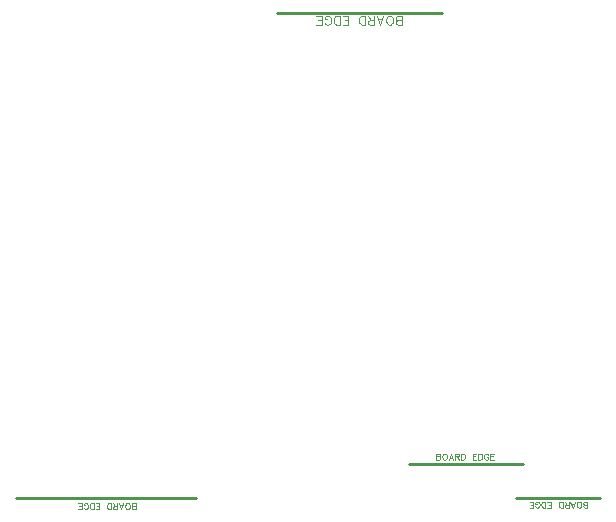
<source format=gbr>
G04 DipTrace 2.4.0.2*
%INTopAssy.gbr*%
%MOIN*%
%ADD10C,0.0098*%
%ADD12C,0.003*%
%ADD95C,0.0046*%
%FSLAX44Y44*%
G04*
G70*
G90*
G75*
G01*
%LNTopAssy*%
%LPD*%
X12367Y4276D2*
D10*
X6383D1*
X25833D2*
X23045D1*
X19482Y5411D2*
X23270D1*
X20584Y20418D2*
X15072D1*
X10370Y3893D2*
D12*
Y4094D1*
X10283D1*
X10255Y4085D1*
X10245Y4075D1*
X10236Y4056D1*
Y4027D1*
X10245Y4008D1*
X10255Y3999D1*
X10283Y3989D1*
X10255Y3979D1*
X10245Y3970D1*
X10236Y3951D1*
Y3932D1*
X10245Y3913D1*
X10255Y3903D1*
X10283Y3893D1*
X10370D1*
Y3989D2*
X10283D1*
X10116Y3893D2*
X10136Y3903D1*
X10155Y3922D1*
X10164Y3941D1*
X10174Y3970D1*
Y4018D1*
X10164Y4046D1*
X10155Y4066D1*
X10136Y4085D1*
X10116Y4094D1*
X10078D1*
X10059Y4085D1*
X10040Y4066D1*
X10030Y4046D1*
X10021Y4018D1*
Y3970D1*
X10030Y3941D1*
X10040Y3922D1*
X10059Y3903D1*
X10078Y3893D1*
X10116D1*
X9806Y4094D2*
X9883Y3893D1*
X9959Y4094D1*
X9930Y4027D2*
X9835D1*
X9744Y3989D2*
X9658D1*
X9629Y3979D1*
X9620Y3970D1*
X9610Y3951D1*
Y3932D1*
X9620Y3913D1*
X9629Y3903D1*
X9658Y3893D1*
X9744D1*
Y4094D1*
X9677Y3989D2*
X9610Y4094D1*
X9548Y3893D2*
Y4094D1*
X9481D1*
X9453Y4085D1*
X9433Y4066D1*
X9424Y4046D1*
X9414Y4018D1*
Y3970D1*
X9424Y3941D1*
X9433Y3922D1*
X9453Y3903D1*
X9481Y3893D1*
X9548D1*
X9034D2*
X9158D1*
Y4094D1*
X9034D1*
X9158Y3989D2*
X9082D1*
X8972Y3893D2*
Y4094D1*
X8905D1*
X8877Y4085D1*
X8857Y4066D1*
X8848Y4046D1*
X8838Y4018D1*
Y3970D1*
X8848Y3941D1*
X8857Y3922D1*
X8877Y3903D1*
X8905Y3893D1*
X8972D1*
X8633Y3941D2*
X8643Y3922D1*
X8662Y3903D1*
X8681Y3893D1*
X8719D1*
X8738Y3903D1*
X8757Y3922D1*
X8767Y3941D1*
X8777Y3970D1*
Y4018D1*
X8767Y4046D1*
X8757Y4066D1*
X8738Y4085D1*
X8719Y4094D1*
X8681D1*
X8662Y4085D1*
X8643Y4066D1*
X8633Y4046D1*
Y4018D1*
X8681D1*
X8447Y3893D2*
X8571D1*
Y4094D1*
X8447D1*
X8571Y3989D2*
X8495D1*
X25423Y3943D2*
Y4144D1*
X25337D1*
X25309Y4134D1*
X25299Y4124D1*
X25290Y4105D1*
Y4077D1*
X25299Y4057D1*
X25309Y4048D1*
X25337Y4038D1*
X25309Y4029D1*
X25299Y4019D1*
X25290Y4000D1*
Y3981D1*
X25299Y3962D1*
X25309Y3952D1*
X25337Y3943D1*
X25423D1*
Y4038D2*
X25337D1*
X25170Y3943D2*
X25190Y3952D1*
X25209Y3971D1*
X25218Y3990D1*
X25228Y4019D1*
Y4067D1*
X25218Y4096D1*
X25209Y4115D1*
X25190Y4134D1*
X25170Y4144D1*
X25132D1*
X25113Y4134D1*
X25094Y4115D1*
X25084Y4096D1*
X25075Y4067D1*
Y4019D1*
X25084Y3990D1*
X25094Y3971D1*
X25113Y3952D1*
X25132Y3943D1*
X25170D1*
X24860Y4144D2*
X24937Y3943D1*
X25013Y4144D1*
X24984Y4077D2*
X24889D1*
X24798Y4038D2*
X24712D1*
X24683Y4029D1*
X24674Y4019D1*
X24664Y4000D1*
Y3981D1*
X24674Y3962D1*
X24683Y3952D1*
X24712Y3943D1*
X24798D1*
Y4144D1*
X24731Y4038D2*
X24664Y4144D1*
X24602Y3943D2*
Y4144D1*
X24535D1*
X24507Y4134D1*
X24487Y4115D1*
X24478Y4096D1*
X24468Y4067D1*
Y4019D1*
X24478Y3990D1*
X24487Y3971D1*
X24507Y3952D1*
X24535Y3943D1*
X24602D1*
X24088D2*
X24212D1*
Y4144D1*
X24088D1*
X24212Y4038D2*
X24136D1*
X24026Y3943D2*
Y4144D1*
X23959D1*
X23930Y4134D1*
X23911Y4115D1*
X23902Y4096D1*
X23892Y4067D1*
Y4019D1*
X23902Y3990D1*
X23911Y3971D1*
X23930Y3952D1*
X23959Y3943D1*
X24026D1*
X23687Y3990D2*
X23696Y3971D1*
X23716Y3952D1*
X23735Y3943D1*
X23773D1*
X23792Y3952D1*
X23811Y3971D1*
X23821Y3990D1*
X23830Y4019D1*
Y4067D1*
X23821Y4096D1*
X23811Y4115D1*
X23792Y4134D1*
X23773Y4144D1*
X23735D1*
X23716Y4134D1*
X23696Y4115D1*
X23687Y4096D1*
Y4067D1*
X23735D1*
X23501Y3943D2*
X23625D1*
Y4144D1*
X23501D1*
X23625Y4038D2*
X23549D1*
X20391Y5745D2*
Y5544D1*
X20478D1*
X20506Y5553D1*
X20516Y5563D1*
X20525Y5582D1*
Y5611D1*
X20516Y5630D1*
X20506Y5639D1*
X20478Y5649D1*
X20506Y5659D1*
X20516Y5668D1*
X20525Y5687D1*
Y5706D1*
X20516Y5725D1*
X20506Y5735D1*
X20478Y5745D1*
X20391D1*
Y5649D2*
X20478D1*
X20645Y5745D2*
X20625Y5735D1*
X20606Y5716D1*
X20597Y5697D1*
X20587Y5668D1*
Y5620D1*
X20597Y5592D1*
X20606Y5572D1*
X20625Y5553D1*
X20645Y5544D1*
X20683D1*
X20702Y5553D1*
X20721Y5572D1*
X20731Y5592D1*
X20740Y5620D1*
Y5668D1*
X20731Y5697D1*
X20721Y5716D1*
X20702Y5735D1*
X20683Y5745D1*
X20645D1*
X20955Y5544D2*
X20878Y5745D1*
X20802Y5544D1*
X20831Y5611D2*
X20926D1*
X21017Y5649D2*
X21103D1*
X21132Y5659D1*
X21141Y5668D1*
X21151Y5687D1*
Y5706D1*
X21141Y5725D1*
X21132Y5735D1*
X21103Y5745D1*
X21017D1*
Y5544D1*
X21084Y5649D2*
X21151Y5544D1*
X21213Y5745D2*
Y5544D1*
X21280D1*
X21308Y5553D1*
X21328Y5572D1*
X21337Y5592D1*
X21347Y5620D1*
Y5668D1*
X21337Y5697D1*
X21328Y5716D1*
X21308Y5735D1*
X21280Y5745D1*
X21213D1*
X21727D2*
X21603D1*
Y5544D1*
X21727D1*
X21603Y5649D2*
X21679D1*
X21789Y5745D2*
Y5544D1*
X21856D1*
X21884Y5553D1*
X21904Y5572D1*
X21913Y5592D1*
X21923Y5620D1*
Y5668D1*
X21913Y5697D1*
X21904Y5716D1*
X21884Y5735D1*
X21856Y5745D1*
X21789D1*
X22128Y5697D2*
X22118Y5716D1*
X22099Y5735D1*
X22080Y5745D1*
X22042D1*
X22023Y5735D1*
X22004Y5716D1*
X21994Y5697D1*
X21984Y5668D1*
Y5620D1*
X21994Y5592D1*
X22004Y5572D1*
X22023Y5553D1*
X22042Y5544D1*
X22080D1*
X22099Y5553D1*
X22118Y5572D1*
X22128Y5592D1*
Y5620D1*
X22080D1*
X22314Y5745D2*
X22190D1*
Y5544D1*
X22314D1*
X22190Y5649D2*
X22266D1*
X17264Y20036D2*
D95*
X17451D1*
Y20337D1*
X17264D1*
X17451Y20180D2*
X17336D1*
X17172Y20036D2*
Y20337D1*
X17071D1*
X17028Y20323D1*
X16999Y20294D1*
X16985Y20265D1*
X16971Y20223D1*
Y20151D1*
X16985Y20108D1*
X16999Y20079D1*
X17028Y20050D1*
X17071Y20036D1*
X17172D1*
X16663Y20108D2*
X16677Y20079D1*
X16706Y20050D1*
X16734Y20036D1*
X16792D1*
X16821Y20050D1*
X16849Y20079D1*
X16864Y20108D1*
X16878Y20151D1*
Y20223D1*
X16864Y20265D1*
X16849Y20294D1*
X16821Y20323D1*
X16792Y20337D1*
X16734D1*
X16706Y20323D1*
X16677Y20294D1*
X16663Y20265D1*
Y20223D1*
X16734D1*
X16384Y20036D2*
X16570D1*
Y20337D1*
X16384D1*
X16570Y20180D2*
X16455D1*
X19242Y20040D2*
Y20341D1*
X19113D1*
X19070Y20327D1*
X19055Y20312D1*
X19041Y20284D1*
Y20241D1*
X19055Y20212D1*
X19070Y20198D1*
X19113Y20183D1*
X19070Y20169D1*
X19055Y20154D1*
X19041Y20126D1*
Y20097D1*
X19055Y20069D1*
X19070Y20054D1*
X19113Y20040D1*
X19242D1*
Y20183D2*
X19113D1*
X18862Y20040D2*
X18891Y20054D1*
X18920Y20083D1*
X18934Y20111D1*
X18948Y20154D1*
Y20226D1*
X18934Y20269D1*
X18920Y20298D1*
X18891Y20327D1*
X18862Y20341D1*
X18805D1*
X18776Y20327D1*
X18747Y20298D1*
X18733Y20269D1*
X18719Y20226D1*
Y20154D1*
X18733Y20111D1*
X18747Y20083D1*
X18776Y20054D1*
X18805Y20040D1*
X18862D1*
X18396Y20341D2*
X18512Y20040D1*
X18626Y20341D1*
X18583Y20241D2*
X18440D1*
X18304Y20183D2*
X18175D1*
X18132Y20169D1*
X18117Y20154D1*
X18103Y20126D1*
Y20097D1*
X18117Y20069D1*
X18132Y20054D1*
X18175Y20040D1*
X18304D1*
Y20341D1*
X18203Y20183D2*
X18103Y20341D1*
X18010Y20040D2*
Y20341D1*
X17910D1*
X17867Y20327D1*
X17838Y20298D1*
X17824Y20269D1*
X17809Y20226D1*
Y20154D1*
X17824Y20111D1*
X17838Y20083D1*
X17867Y20054D1*
X17910Y20040D1*
X18010D1*
M02*

</source>
